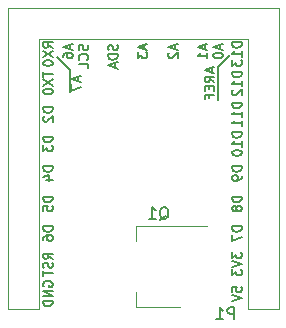
<source format=gbr>
G04 #@! TF.FileFunction,Legend,Bot*
%FSLAX46Y46*%
G04 Gerber Fmt 4.6, Leading zero omitted, Abs format (unit mm)*
G04 Created by KiCad (PCBNEW 4.0.6) date 12/07/19 11:03:23*
%MOMM*%
%LPD*%
G01*
G04 APERTURE LIST*
%ADD10C,0.100000*%
%ADD11C,0.150000*%
%ADD12C,0.120000*%
G04 APERTURE END LIST*
D10*
D11*
X145171000Y-69265000D02*
X144071000Y-68165000D01*
X145171000Y-69265000D02*
X145171000Y-71065000D01*
X158771000Y-67965000D02*
X157771000Y-68965000D01*
X157771000Y-68965000D02*
X157771000Y-71765000D01*
D12*
X139921000Y-89495000D02*
X139921000Y-63975000D01*
X139921000Y-63975000D02*
X162901000Y-63975000D01*
X162901000Y-89495000D02*
X162901000Y-63975000D01*
X160241000Y-89495000D02*
X160241000Y-66635000D01*
X160241000Y-66635000D02*
X142581000Y-66635000D01*
X142581000Y-89495000D02*
X142581000Y-66635000D01*
X142581000Y-89495000D02*
X142581000Y-82685000D01*
X162901000Y-89495000D02*
X160241000Y-89495000D01*
X139921000Y-89495000D02*
X142581000Y-89495000D01*
X162901000Y-67845000D02*
X162901000Y-66515000D01*
X150801000Y-89285000D02*
X150801000Y-88025000D01*
X150801000Y-82465000D02*
X150801000Y-83725000D01*
X154561000Y-89285000D02*
X150801000Y-89285000D01*
X156811000Y-82465000D02*
X150801000Y-82465000D01*
D11*
X159109095Y-90337381D02*
X159109095Y-89337381D01*
X158728142Y-89337381D01*
X158632904Y-89385000D01*
X158585285Y-89432619D01*
X158537666Y-89527857D01*
X158537666Y-89670714D01*
X158585285Y-89765952D01*
X158632904Y-89813571D01*
X158728142Y-89861190D01*
X159109095Y-89861190D01*
X157585285Y-90337381D02*
X158156714Y-90337381D01*
X157871000Y-90337381D02*
X157871000Y-89337381D01*
X157966238Y-89480238D01*
X158061476Y-89575476D01*
X158156714Y-89623095D01*
X145904333Y-69793572D02*
X145904333Y-70174524D01*
X146132905Y-69717381D02*
X145332905Y-69984048D01*
X146132905Y-70250715D01*
X145332905Y-70441191D02*
X145332905Y-70974524D01*
X146132905Y-70631667D01*
X157204333Y-69069762D02*
X157204333Y-69450714D01*
X157432905Y-68993571D02*
X156632905Y-69260238D01*
X157432905Y-69526905D01*
X157432905Y-70250714D02*
X157051952Y-69984047D01*
X157432905Y-69793571D02*
X156632905Y-69793571D01*
X156632905Y-70098333D01*
X156671000Y-70174524D01*
X156709095Y-70212619D01*
X156785286Y-70250714D01*
X156899571Y-70250714D01*
X156975762Y-70212619D01*
X157013857Y-70174524D01*
X157051952Y-70098333D01*
X157051952Y-69793571D01*
X157013857Y-70593571D02*
X157013857Y-70860238D01*
X157432905Y-70974524D02*
X157432905Y-70593571D01*
X156632905Y-70593571D01*
X156632905Y-70974524D01*
X157013857Y-71584048D02*
X157013857Y-71317381D01*
X157432905Y-71317381D02*
X156632905Y-71317381D01*
X156632905Y-71698334D01*
X142971000Y-87555477D02*
X142932905Y-87479286D01*
X142932905Y-87365001D01*
X142971000Y-87250715D01*
X143047190Y-87174524D01*
X143123381Y-87136429D01*
X143275762Y-87098334D01*
X143390048Y-87098334D01*
X143542429Y-87136429D01*
X143618619Y-87174524D01*
X143694810Y-87250715D01*
X143732905Y-87365001D01*
X143732905Y-87441191D01*
X143694810Y-87555477D01*
X143656714Y-87593572D01*
X143390048Y-87593572D01*
X143390048Y-87441191D01*
X143732905Y-87936429D02*
X142932905Y-87936429D01*
X143732905Y-88393572D01*
X142932905Y-88393572D01*
X143732905Y-88774524D02*
X142932905Y-88774524D01*
X142932905Y-88965000D01*
X142971000Y-89079286D01*
X143047190Y-89155477D01*
X143123381Y-89193572D01*
X143275762Y-89231667D01*
X143390048Y-89231667D01*
X143542429Y-89193572D01*
X143618619Y-89155477D01*
X143694810Y-89079286D01*
X143732905Y-88965000D01*
X143732905Y-88774524D01*
X143732905Y-85226905D02*
X143351952Y-84960238D01*
X143732905Y-84769762D02*
X142932905Y-84769762D01*
X142932905Y-85074524D01*
X142971000Y-85150715D01*
X143009095Y-85188810D01*
X143085286Y-85226905D01*
X143199571Y-85226905D01*
X143275762Y-85188810D01*
X143313857Y-85150715D01*
X143351952Y-85074524D01*
X143351952Y-84769762D01*
X143694810Y-85531667D02*
X143732905Y-85645953D01*
X143732905Y-85836429D01*
X143694810Y-85912619D01*
X143656714Y-85950715D01*
X143580524Y-85988810D01*
X143504333Y-85988810D01*
X143428143Y-85950715D01*
X143390048Y-85912619D01*
X143351952Y-85836429D01*
X143313857Y-85684048D01*
X143275762Y-85607857D01*
X143237667Y-85569762D01*
X143161476Y-85531667D01*
X143085286Y-85531667D01*
X143009095Y-85569762D01*
X142971000Y-85607857D01*
X142932905Y-85684048D01*
X142932905Y-85874524D01*
X142971000Y-85988810D01*
X142932905Y-86217381D02*
X142932905Y-86674524D01*
X143732905Y-86445953D02*
X142932905Y-86445953D01*
X143732905Y-82474524D02*
X142932905Y-82474524D01*
X142932905Y-82665000D01*
X142971000Y-82779286D01*
X143047190Y-82855477D01*
X143123381Y-82893572D01*
X143275762Y-82931667D01*
X143390048Y-82931667D01*
X143542429Y-82893572D01*
X143618619Y-82855477D01*
X143694810Y-82779286D01*
X143732905Y-82665000D01*
X143732905Y-82474524D01*
X142932905Y-83617381D02*
X142932905Y-83465000D01*
X142971000Y-83388810D01*
X143009095Y-83350715D01*
X143123381Y-83274524D01*
X143275762Y-83236429D01*
X143580524Y-83236429D01*
X143656714Y-83274524D01*
X143694810Y-83312619D01*
X143732905Y-83388810D01*
X143732905Y-83541191D01*
X143694810Y-83617381D01*
X143656714Y-83655477D01*
X143580524Y-83693572D01*
X143390048Y-83693572D01*
X143313857Y-83655477D01*
X143275762Y-83617381D01*
X143237667Y-83541191D01*
X143237667Y-83388810D01*
X143275762Y-83312619D01*
X143313857Y-83274524D01*
X143390048Y-83236429D01*
X143732905Y-79974524D02*
X142932905Y-79974524D01*
X142932905Y-80165000D01*
X142971000Y-80279286D01*
X143047190Y-80355477D01*
X143123381Y-80393572D01*
X143275762Y-80431667D01*
X143390048Y-80431667D01*
X143542429Y-80393572D01*
X143618619Y-80355477D01*
X143694810Y-80279286D01*
X143732905Y-80165000D01*
X143732905Y-79974524D01*
X142932905Y-81155477D02*
X142932905Y-80774524D01*
X143313857Y-80736429D01*
X143275762Y-80774524D01*
X143237667Y-80850715D01*
X143237667Y-81041191D01*
X143275762Y-81117381D01*
X143313857Y-81155477D01*
X143390048Y-81193572D01*
X143580524Y-81193572D01*
X143656714Y-81155477D01*
X143694810Y-81117381D01*
X143732905Y-81041191D01*
X143732905Y-80850715D01*
X143694810Y-80774524D01*
X143656714Y-80736429D01*
X143732905Y-77374524D02*
X142932905Y-77374524D01*
X142932905Y-77565000D01*
X142971000Y-77679286D01*
X143047190Y-77755477D01*
X143123381Y-77793572D01*
X143275762Y-77831667D01*
X143390048Y-77831667D01*
X143542429Y-77793572D01*
X143618619Y-77755477D01*
X143694810Y-77679286D01*
X143732905Y-77565000D01*
X143732905Y-77374524D01*
X143199571Y-78517381D02*
X143732905Y-78517381D01*
X142894810Y-78326905D02*
X143466238Y-78136429D01*
X143466238Y-78631667D01*
X143732905Y-74874524D02*
X142932905Y-74874524D01*
X142932905Y-75065000D01*
X142971000Y-75179286D01*
X143047190Y-75255477D01*
X143123381Y-75293572D01*
X143275762Y-75331667D01*
X143390048Y-75331667D01*
X143542429Y-75293572D01*
X143618619Y-75255477D01*
X143694810Y-75179286D01*
X143732905Y-75065000D01*
X143732905Y-74874524D01*
X142932905Y-75598334D02*
X142932905Y-76093572D01*
X143237667Y-75826905D01*
X143237667Y-75941191D01*
X143275762Y-76017381D01*
X143313857Y-76055477D01*
X143390048Y-76093572D01*
X143580524Y-76093572D01*
X143656714Y-76055477D01*
X143694810Y-76017381D01*
X143732905Y-75941191D01*
X143732905Y-75712619D01*
X143694810Y-75636429D01*
X143656714Y-75598334D01*
X143732905Y-72374524D02*
X142932905Y-72374524D01*
X142932905Y-72565000D01*
X142971000Y-72679286D01*
X143047190Y-72755477D01*
X143123381Y-72793572D01*
X143275762Y-72831667D01*
X143390048Y-72831667D01*
X143542429Y-72793572D01*
X143618619Y-72755477D01*
X143694810Y-72679286D01*
X143732905Y-72565000D01*
X143732905Y-72374524D01*
X143009095Y-73136429D02*
X142971000Y-73174524D01*
X142932905Y-73250715D01*
X142932905Y-73441191D01*
X142971000Y-73517381D01*
X143009095Y-73555477D01*
X143085286Y-73593572D01*
X143161476Y-73593572D01*
X143275762Y-73555477D01*
X143732905Y-73098334D01*
X143732905Y-73593572D01*
X142932905Y-69374523D02*
X142932905Y-69831666D01*
X143732905Y-69603095D02*
X142932905Y-69603095D01*
X142932905Y-70022143D02*
X143732905Y-70555476D01*
X142932905Y-70555476D02*
X143732905Y-70022143D01*
X142932905Y-71012619D02*
X142932905Y-71088810D01*
X142971000Y-71165000D01*
X143009095Y-71203095D01*
X143085286Y-71241191D01*
X143237667Y-71279286D01*
X143428143Y-71279286D01*
X143580524Y-71241191D01*
X143656714Y-71203095D01*
X143694810Y-71165000D01*
X143732905Y-71088810D01*
X143732905Y-71012619D01*
X143694810Y-70936429D01*
X143656714Y-70898333D01*
X143580524Y-70860238D01*
X143428143Y-70822143D01*
X143237667Y-70822143D01*
X143085286Y-70860238D01*
X143009095Y-70898333D01*
X142971000Y-70936429D01*
X142932905Y-71012619D01*
X143732905Y-67350714D02*
X143351952Y-67084047D01*
X143732905Y-66893571D02*
X142932905Y-66893571D01*
X142932905Y-67198333D01*
X142971000Y-67274524D01*
X143009095Y-67312619D01*
X143085286Y-67350714D01*
X143199571Y-67350714D01*
X143275762Y-67312619D01*
X143313857Y-67274524D01*
X143351952Y-67198333D01*
X143351952Y-66893571D01*
X142932905Y-67617381D02*
X143732905Y-68150714D01*
X142932905Y-68150714D02*
X143732905Y-67617381D01*
X142932905Y-68607857D02*
X142932905Y-68684048D01*
X142971000Y-68760238D01*
X143009095Y-68798333D01*
X143085286Y-68836429D01*
X143237667Y-68874524D01*
X143428143Y-68874524D01*
X143580524Y-68836429D01*
X143656714Y-68798333D01*
X143694810Y-68760238D01*
X143732905Y-68684048D01*
X143732905Y-68607857D01*
X143694810Y-68531667D01*
X143656714Y-68493571D01*
X143580524Y-68455476D01*
X143428143Y-68417381D01*
X143237667Y-68417381D01*
X143085286Y-68455476D01*
X143009095Y-68493571D01*
X142971000Y-68531667D01*
X142932905Y-68607857D01*
X145204333Y-67093572D02*
X145204333Y-67474524D01*
X145432905Y-67017381D02*
X144632905Y-67284048D01*
X145432905Y-67550715D01*
X144632905Y-68160238D02*
X144632905Y-68007857D01*
X144671000Y-67931667D01*
X144709095Y-67893572D01*
X144823381Y-67817381D01*
X144975762Y-67779286D01*
X145280524Y-67779286D01*
X145356714Y-67817381D01*
X145394810Y-67855476D01*
X145432905Y-67931667D01*
X145432905Y-68084048D01*
X145394810Y-68160238D01*
X145356714Y-68198334D01*
X145280524Y-68236429D01*
X145090048Y-68236429D01*
X145013857Y-68198334D01*
X144975762Y-68160238D01*
X144937667Y-68084048D01*
X144937667Y-67931667D01*
X144975762Y-67855476D01*
X145013857Y-67817381D01*
X145090048Y-67779286D01*
X146694810Y-67112619D02*
X146732905Y-67226905D01*
X146732905Y-67417381D01*
X146694810Y-67493571D01*
X146656714Y-67531667D01*
X146580524Y-67569762D01*
X146504333Y-67569762D01*
X146428143Y-67531667D01*
X146390048Y-67493571D01*
X146351952Y-67417381D01*
X146313857Y-67265000D01*
X146275762Y-67188809D01*
X146237667Y-67150714D01*
X146161476Y-67112619D01*
X146085286Y-67112619D01*
X146009095Y-67150714D01*
X145971000Y-67188809D01*
X145932905Y-67265000D01*
X145932905Y-67455476D01*
X145971000Y-67569762D01*
X146656714Y-68369762D02*
X146694810Y-68331667D01*
X146732905Y-68217381D01*
X146732905Y-68141191D01*
X146694810Y-68026905D01*
X146618619Y-67950714D01*
X146542429Y-67912619D01*
X146390048Y-67874524D01*
X146275762Y-67874524D01*
X146123381Y-67912619D01*
X146047190Y-67950714D01*
X145971000Y-68026905D01*
X145932905Y-68141191D01*
X145932905Y-68217381D01*
X145971000Y-68331667D01*
X146009095Y-68369762D01*
X146732905Y-69093572D02*
X146732905Y-68712619D01*
X145932905Y-68712619D01*
X149194810Y-67093572D02*
X149232905Y-67207858D01*
X149232905Y-67398334D01*
X149194810Y-67474524D01*
X149156714Y-67512620D01*
X149080524Y-67550715D01*
X149004333Y-67550715D01*
X148928143Y-67512620D01*
X148890048Y-67474524D01*
X148851952Y-67398334D01*
X148813857Y-67245953D01*
X148775762Y-67169762D01*
X148737667Y-67131667D01*
X148661476Y-67093572D01*
X148585286Y-67093572D01*
X148509095Y-67131667D01*
X148471000Y-67169762D01*
X148432905Y-67245953D01*
X148432905Y-67436429D01*
X148471000Y-67550715D01*
X149232905Y-67893572D02*
X148432905Y-67893572D01*
X148432905Y-68084048D01*
X148471000Y-68198334D01*
X148547190Y-68274525D01*
X148623381Y-68312620D01*
X148775762Y-68350715D01*
X148890048Y-68350715D01*
X149042429Y-68312620D01*
X149118619Y-68274525D01*
X149194810Y-68198334D01*
X149232905Y-68084048D01*
X149232905Y-67893572D01*
X149004333Y-68655477D02*
X149004333Y-69036429D01*
X149232905Y-68579286D02*
X148432905Y-68845953D01*
X149232905Y-69112620D01*
X151504333Y-67093572D02*
X151504333Y-67474524D01*
X151732905Y-67017381D02*
X150932905Y-67284048D01*
X151732905Y-67550715D01*
X150932905Y-67741191D02*
X150932905Y-68236429D01*
X151237667Y-67969762D01*
X151237667Y-68084048D01*
X151275762Y-68160238D01*
X151313857Y-68198334D01*
X151390048Y-68236429D01*
X151580524Y-68236429D01*
X151656714Y-68198334D01*
X151694810Y-68160238D01*
X151732905Y-68084048D01*
X151732905Y-67855476D01*
X151694810Y-67779286D01*
X151656714Y-67741191D01*
X154104333Y-67093572D02*
X154104333Y-67474524D01*
X154332905Y-67017381D02*
X153532905Y-67284048D01*
X154332905Y-67550715D01*
X153609095Y-67779286D02*
X153571000Y-67817381D01*
X153532905Y-67893572D01*
X153532905Y-68084048D01*
X153571000Y-68160238D01*
X153609095Y-68198334D01*
X153685286Y-68236429D01*
X153761476Y-68236429D01*
X153875762Y-68198334D01*
X154332905Y-67741191D01*
X154332905Y-68236429D01*
X156604333Y-67093572D02*
X156604333Y-67474524D01*
X156832905Y-67017381D02*
X156032905Y-67284048D01*
X156832905Y-67550715D01*
X156832905Y-68236429D02*
X156832905Y-67779286D01*
X156832905Y-68007857D02*
X156032905Y-68007857D01*
X156147190Y-67931667D01*
X156223381Y-67855476D01*
X156261476Y-67779286D01*
X157904333Y-67093572D02*
X157904333Y-67474524D01*
X158132905Y-67017381D02*
X157332905Y-67284048D01*
X158132905Y-67550715D01*
X157332905Y-67969762D02*
X157332905Y-68045953D01*
X157371000Y-68122143D01*
X157409095Y-68160238D01*
X157485286Y-68198334D01*
X157637667Y-68236429D01*
X157828143Y-68236429D01*
X157980524Y-68198334D01*
X158056714Y-68160238D01*
X158094810Y-68122143D01*
X158132905Y-68045953D01*
X158132905Y-67969762D01*
X158094810Y-67893572D01*
X158056714Y-67855476D01*
X157980524Y-67817381D01*
X157828143Y-67779286D01*
X157637667Y-67779286D01*
X157485286Y-67817381D01*
X157409095Y-67855476D01*
X157371000Y-67893572D01*
X157332905Y-67969762D01*
X159732905Y-66893571D02*
X158932905Y-66893571D01*
X158932905Y-67084047D01*
X158971000Y-67198333D01*
X159047190Y-67274524D01*
X159123381Y-67312619D01*
X159275762Y-67350714D01*
X159390048Y-67350714D01*
X159542429Y-67312619D01*
X159618619Y-67274524D01*
X159694810Y-67198333D01*
X159732905Y-67084047D01*
X159732905Y-66893571D01*
X159732905Y-68112619D02*
X159732905Y-67655476D01*
X159732905Y-67884047D02*
X158932905Y-67884047D01*
X159047190Y-67807857D01*
X159123381Y-67731666D01*
X159161476Y-67655476D01*
X158932905Y-68379286D02*
X158932905Y-68874524D01*
X159237667Y-68607857D01*
X159237667Y-68722143D01*
X159275762Y-68798333D01*
X159313857Y-68836429D01*
X159390048Y-68874524D01*
X159580524Y-68874524D01*
X159656714Y-68836429D01*
X159694810Y-68798333D01*
X159732905Y-68722143D01*
X159732905Y-68493571D01*
X159694810Y-68417381D01*
X159656714Y-68379286D01*
X159732905Y-69393571D02*
X158932905Y-69393571D01*
X158932905Y-69584047D01*
X158971000Y-69698333D01*
X159047190Y-69774524D01*
X159123381Y-69812619D01*
X159275762Y-69850714D01*
X159390048Y-69850714D01*
X159542429Y-69812619D01*
X159618619Y-69774524D01*
X159694810Y-69698333D01*
X159732905Y-69584047D01*
X159732905Y-69393571D01*
X159732905Y-70612619D02*
X159732905Y-70155476D01*
X159732905Y-70384047D02*
X158932905Y-70384047D01*
X159047190Y-70307857D01*
X159123381Y-70231666D01*
X159161476Y-70155476D01*
X159009095Y-70917381D02*
X158971000Y-70955476D01*
X158932905Y-71031667D01*
X158932905Y-71222143D01*
X158971000Y-71298333D01*
X159009095Y-71336429D01*
X159085286Y-71374524D01*
X159161476Y-71374524D01*
X159275762Y-71336429D01*
X159732905Y-70879286D01*
X159732905Y-71374524D01*
X159732905Y-71993571D02*
X158932905Y-71993571D01*
X158932905Y-72184047D01*
X158971000Y-72298333D01*
X159047190Y-72374524D01*
X159123381Y-72412619D01*
X159275762Y-72450714D01*
X159390048Y-72450714D01*
X159542429Y-72412619D01*
X159618619Y-72374524D01*
X159694810Y-72298333D01*
X159732905Y-72184047D01*
X159732905Y-71993571D01*
X159732905Y-73212619D02*
X159732905Y-72755476D01*
X159732905Y-72984047D02*
X158932905Y-72984047D01*
X159047190Y-72907857D01*
X159123381Y-72831666D01*
X159161476Y-72755476D01*
X159732905Y-73974524D02*
X159732905Y-73517381D01*
X159732905Y-73745952D02*
X158932905Y-73745952D01*
X159047190Y-73669762D01*
X159123381Y-73593571D01*
X159161476Y-73517381D01*
X159732905Y-74493571D02*
X158932905Y-74493571D01*
X158932905Y-74684047D01*
X158971000Y-74798333D01*
X159047190Y-74874524D01*
X159123381Y-74912619D01*
X159275762Y-74950714D01*
X159390048Y-74950714D01*
X159542429Y-74912619D01*
X159618619Y-74874524D01*
X159694810Y-74798333D01*
X159732905Y-74684047D01*
X159732905Y-74493571D01*
X159732905Y-75712619D02*
X159732905Y-75255476D01*
X159732905Y-75484047D02*
X158932905Y-75484047D01*
X159047190Y-75407857D01*
X159123381Y-75331666D01*
X159161476Y-75255476D01*
X158932905Y-76207857D02*
X158932905Y-76284048D01*
X158971000Y-76360238D01*
X159009095Y-76398333D01*
X159085286Y-76436429D01*
X159237667Y-76474524D01*
X159428143Y-76474524D01*
X159580524Y-76436429D01*
X159656714Y-76398333D01*
X159694810Y-76360238D01*
X159732905Y-76284048D01*
X159732905Y-76207857D01*
X159694810Y-76131667D01*
X159656714Y-76093571D01*
X159580524Y-76055476D01*
X159428143Y-76017381D01*
X159237667Y-76017381D01*
X159085286Y-76055476D01*
X159009095Y-76093571D01*
X158971000Y-76131667D01*
X158932905Y-76207857D01*
X159732905Y-77374524D02*
X158932905Y-77374524D01*
X158932905Y-77565000D01*
X158971000Y-77679286D01*
X159047190Y-77755477D01*
X159123381Y-77793572D01*
X159275762Y-77831667D01*
X159390048Y-77831667D01*
X159542429Y-77793572D01*
X159618619Y-77755477D01*
X159694810Y-77679286D01*
X159732905Y-77565000D01*
X159732905Y-77374524D01*
X159732905Y-78212619D02*
X159732905Y-78365000D01*
X159694810Y-78441191D01*
X159656714Y-78479286D01*
X159542429Y-78555477D01*
X159390048Y-78593572D01*
X159085286Y-78593572D01*
X159009095Y-78555477D01*
X158971000Y-78517381D01*
X158932905Y-78441191D01*
X158932905Y-78288810D01*
X158971000Y-78212619D01*
X159009095Y-78174524D01*
X159085286Y-78136429D01*
X159275762Y-78136429D01*
X159351952Y-78174524D01*
X159390048Y-78212619D01*
X159428143Y-78288810D01*
X159428143Y-78441191D01*
X159390048Y-78517381D01*
X159351952Y-78555477D01*
X159275762Y-78593572D01*
X159732905Y-79974524D02*
X158932905Y-79974524D01*
X158932905Y-80165000D01*
X158971000Y-80279286D01*
X159047190Y-80355477D01*
X159123381Y-80393572D01*
X159275762Y-80431667D01*
X159390048Y-80431667D01*
X159542429Y-80393572D01*
X159618619Y-80355477D01*
X159694810Y-80279286D01*
X159732905Y-80165000D01*
X159732905Y-79974524D01*
X159275762Y-80888810D02*
X159237667Y-80812619D01*
X159199571Y-80774524D01*
X159123381Y-80736429D01*
X159085286Y-80736429D01*
X159009095Y-80774524D01*
X158971000Y-80812619D01*
X158932905Y-80888810D01*
X158932905Y-81041191D01*
X158971000Y-81117381D01*
X159009095Y-81155477D01*
X159085286Y-81193572D01*
X159123381Y-81193572D01*
X159199571Y-81155477D01*
X159237667Y-81117381D01*
X159275762Y-81041191D01*
X159275762Y-80888810D01*
X159313857Y-80812619D01*
X159351952Y-80774524D01*
X159428143Y-80736429D01*
X159580524Y-80736429D01*
X159656714Y-80774524D01*
X159694810Y-80812619D01*
X159732905Y-80888810D01*
X159732905Y-81041191D01*
X159694810Y-81117381D01*
X159656714Y-81155477D01*
X159580524Y-81193572D01*
X159428143Y-81193572D01*
X159351952Y-81155477D01*
X159313857Y-81117381D01*
X159275762Y-81041191D01*
X159732905Y-82474524D02*
X158932905Y-82474524D01*
X158932905Y-82665000D01*
X158971000Y-82779286D01*
X159047190Y-82855477D01*
X159123381Y-82893572D01*
X159275762Y-82931667D01*
X159390048Y-82931667D01*
X159542429Y-82893572D01*
X159618619Y-82855477D01*
X159694810Y-82779286D01*
X159732905Y-82665000D01*
X159732905Y-82474524D01*
X158932905Y-83198334D02*
X158932905Y-83731667D01*
X159732905Y-83388810D01*
X158932905Y-84674524D02*
X158932905Y-85169762D01*
X159237667Y-84903095D01*
X159237667Y-85017381D01*
X159275762Y-85093571D01*
X159313857Y-85131667D01*
X159390048Y-85169762D01*
X159580524Y-85169762D01*
X159656714Y-85131667D01*
X159694810Y-85093571D01*
X159732905Y-85017381D01*
X159732905Y-84788809D01*
X159694810Y-84712619D01*
X159656714Y-84674524D01*
X158932905Y-85398333D02*
X159732905Y-85665000D01*
X158932905Y-85931667D01*
X158932905Y-86122143D02*
X158932905Y-86617381D01*
X159237667Y-86350714D01*
X159237667Y-86465000D01*
X159275762Y-86541190D01*
X159313857Y-86579286D01*
X159390048Y-86617381D01*
X159580524Y-86617381D01*
X159656714Y-86579286D01*
X159694810Y-86541190D01*
X159732905Y-86465000D01*
X159732905Y-86236428D01*
X159694810Y-86160238D01*
X159656714Y-86122143D01*
X158932905Y-88012620D02*
X158932905Y-87631667D01*
X159313857Y-87593572D01*
X159275762Y-87631667D01*
X159237667Y-87707858D01*
X159237667Y-87898334D01*
X159275762Y-87974524D01*
X159313857Y-88012620D01*
X159390048Y-88050715D01*
X159580524Y-88050715D01*
X159656714Y-88012620D01*
X159694810Y-87974524D01*
X159732905Y-87898334D01*
X159732905Y-87707858D01*
X159694810Y-87631667D01*
X159656714Y-87593572D01*
X158932905Y-88279286D02*
X159732905Y-88545953D01*
X158932905Y-88812620D01*
X152806238Y-81922619D02*
X152901476Y-81875000D01*
X152996714Y-81779762D01*
X153139571Y-81636905D01*
X153234810Y-81589286D01*
X153330048Y-81589286D01*
X153282429Y-81827381D02*
X153377667Y-81779762D01*
X153472905Y-81684524D01*
X153520524Y-81494048D01*
X153520524Y-81160714D01*
X153472905Y-80970238D01*
X153377667Y-80875000D01*
X153282429Y-80827381D01*
X153091952Y-80827381D01*
X152996714Y-80875000D01*
X152901476Y-80970238D01*
X152853857Y-81160714D01*
X152853857Y-81494048D01*
X152901476Y-81684524D01*
X152996714Y-81779762D01*
X153091952Y-81827381D01*
X153282429Y-81827381D01*
X151901476Y-81827381D02*
X152472905Y-81827381D01*
X152187191Y-81827381D02*
X152187191Y-80827381D01*
X152282429Y-80970238D01*
X152377667Y-81065476D01*
X152472905Y-81113095D01*
M02*

</source>
